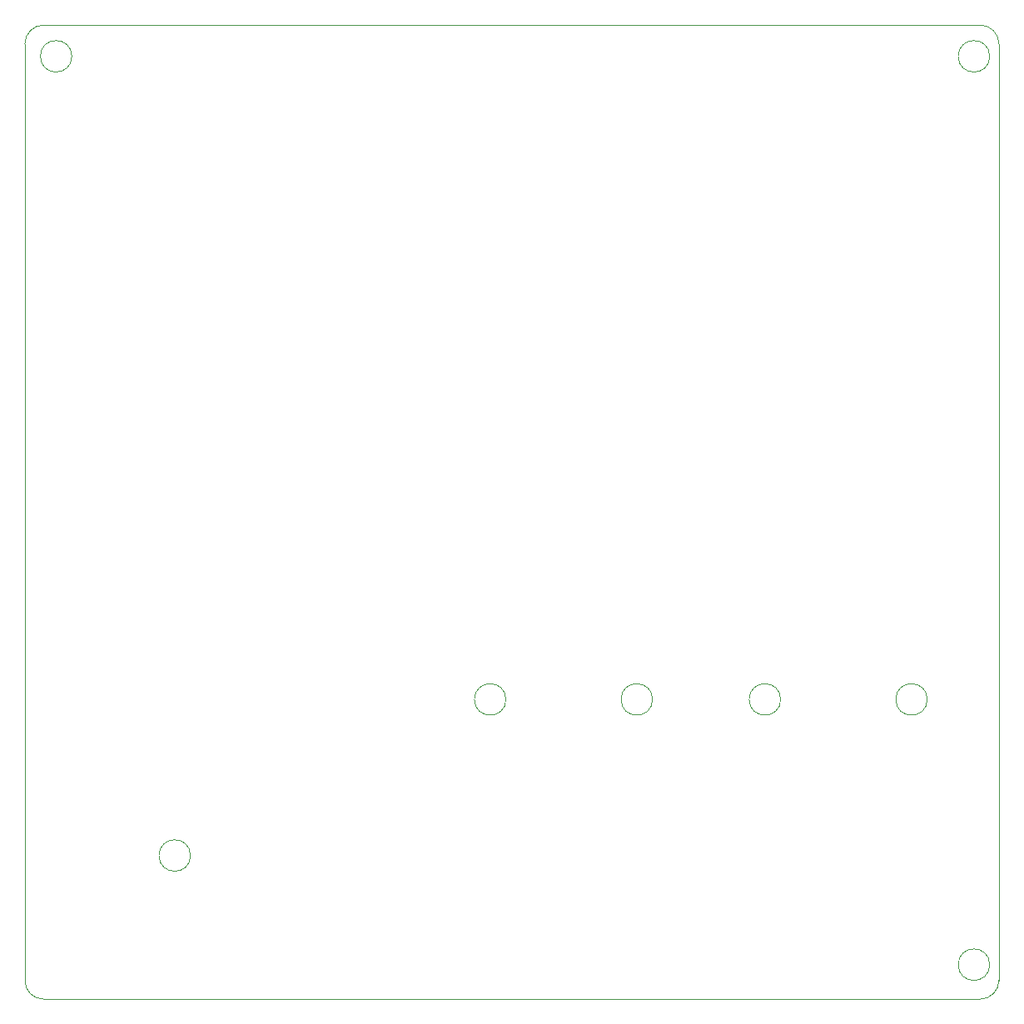
<source format=gbr>
%TF.GenerationSoftware,KiCad,Pcbnew,7.0.6*%
%TF.CreationDate,2023-07-18T10:57:58+02:00*%
%TF.ProjectId,PCB,5043422e-6b69-4636-9164-5f7063625858,rev?*%
%TF.SameCoordinates,Original*%
%TF.FileFunction,Profile,NP*%
%FSLAX46Y46*%
G04 Gerber Fmt 4.6, Leading zero omitted, Abs format (unit mm)*
G04 Created by KiCad (PCBNEW 7.0.6) date 2023-07-18 10:57:58*
%MOMM*%
%LPD*%
G01*
G04 APERTURE LIST*
%TA.AperFunction,Profile*%
%ADD10C,0.100000*%
%TD*%
G04 APERTURE END LIST*
D10*
X95580000Y-121285000D02*
G75*
G03*
X95580000Y-121285000I-1600000J0D01*
G01*
X127660000Y-105410000D02*
G75*
G03*
X127660000Y-105410000I-1600000J0D01*
G01*
X78740000Y-133985000D02*
G75*
G03*
X80645000Y-135890000I1905000J0D01*
G01*
X177800000Y-38735000D02*
X177800000Y-133985000D01*
X170510000Y-105410000D02*
G75*
G03*
X170510000Y-105410000I-1600000J0D01*
G01*
X142570000Y-105410000D02*
G75*
G03*
X142570000Y-105410000I-1600000J0D01*
G01*
X78740000Y-133985000D02*
X78740000Y-38735000D01*
X80645000Y-36830000D02*
G75*
G03*
X78740000Y-38735000I0J-1905000D01*
G01*
X175895000Y-135890000D02*
G75*
G03*
X177800000Y-133985000I0J1905000D01*
G01*
X80645000Y-36830000D02*
X175895000Y-36830000D01*
X83515000Y-40005000D02*
G75*
G03*
X83515000Y-40005000I-1600000J0D01*
G01*
X176860000Y-40005000D02*
G75*
G03*
X176860000Y-40005000I-1600000J0D01*
G01*
X177800000Y-38735000D02*
G75*
G03*
X175895000Y-36830000I-1905000J0D01*
G01*
X175895000Y-135890000D02*
X80645000Y-135890000D01*
X155600000Y-105410000D02*
G75*
G03*
X155600000Y-105410000I-1600000J0D01*
G01*
X176860000Y-132385000D02*
G75*
G03*
X176860000Y-132385000I-1600000J0D01*
G01*
M02*

</source>
